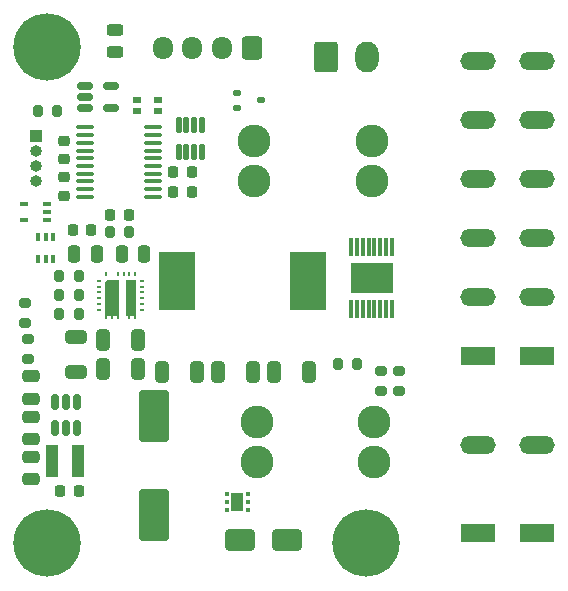
<source format=gbr>
%TF.GenerationSoftware,KiCad,Pcbnew,8.0.3*%
%TF.CreationDate,2024-06-13T00:54:23+02:00*%
%TF.ProjectId,pwm-ctrl,70776d2d-6374-4726-9c2e-6b696361645f,1*%
%TF.SameCoordinates,Original*%
%TF.FileFunction,Soldermask,Top*%
%TF.FilePolarity,Negative*%
%FSLAX46Y46*%
G04 Gerber Fmt 4.6, Leading zero omitted, Abs format (unit mm)*
G04 Created by KiCad (PCBNEW 8.0.3) date 2024-06-13 00:54:23*
%MOMM*%
%LPD*%
G01*
G04 APERTURE LIST*
G04 Aperture macros list*
%AMRoundRect*
0 Rectangle with rounded corners*
0 $1 Rounding radius*
0 $2 $3 $4 $5 $6 $7 $8 $9 X,Y pos of 4 corners*
0 Add a 4 corners polygon primitive as box body*
4,1,4,$2,$3,$4,$5,$6,$7,$8,$9,$2,$3,0*
0 Add four circle primitives for the rounded corners*
1,1,$1+$1,$2,$3*
1,1,$1+$1,$4,$5*
1,1,$1+$1,$6,$7*
1,1,$1+$1,$8,$9*
0 Add four rect primitives between the rounded corners*
20,1,$1+$1,$2,$3,$4,$5,0*
20,1,$1+$1,$4,$5,$6,$7,0*
20,1,$1+$1,$6,$7,$8,$9,0*
20,1,$1+$1,$8,$9,$2,$3,0*%
%AMOutline5P*
0 Free polygon, 5 corners , with rotation*
0 The origin of the aperture is its center*
0 number of corners: always 5*
0 $1 to $10 corner X, Y*
0 $11 Rotation angle, in degrees counterclockwise*
0 create outline with 5 corners*
4,1,5,$1,$2,$3,$4,$5,$6,$7,$8,$9,$10,$1,$2,$11*%
%AMOutline6P*
0 Free polygon, 6 corners , with rotation*
0 The origin of the aperture is its center*
0 number of corners: always 6*
0 $1 to $12 corner X, Y*
0 $13 Rotation angle, in degrees counterclockwise*
0 create outline with 6 corners*
4,1,6,$1,$2,$3,$4,$5,$6,$7,$8,$9,$10,$11,$12,$1,$2,$13*%
%AMOutline7P*
0 Free polygon, 7 corners , with rotation*
0 The origin of the aperture is its center*
0 number of corners: always 7*
0 $1 to $14 corner X, Y*
0 $15 Rotation angle, in degrees counterclockwise*
0 create outline with 7 corners*
4,1,7,$1,$2,$3,$4,$5,$6,$7,$8,$9,$10,$11,$12,$13,$14,$1,$2,$15*%
%AMOutline8P*
0 Free polygon, 8 corners , with rotation*
0 The origin of the aperture is its center*
0 number of corners: always 8*
0 $1 to $16 corner X, Y*
0 $17 Rotation angle, in degrees counterclockwise*
0 create outline with 8 corners*
4,1,8,$1,$2,$3,$4,$5,$6,$7,$8,$9,$10,$11,$12,$13,$14,$15,$16,$1,$2,$17*%
G04 Aperture macros list end*
%ADD10RoundRect,0.200000X0.275000X-0.200000X0.275000X0.200000X-0.275000X0.200000X-0.275000X-0.200000X0*%
%ADD11RoundRect,0.250000X-0.325000X-0.650000X0.325000X-0.650000X0.325000X0.650000X-0.325000X0.650000X0*%
%ADD12RoundRect,0.250000X0.325000X0.650000X-0.325000X0.650000X-0.325000X-0.650000X0.325000X-0.650000X0*%
%ADD13RoundRect,0.200000X0.200000X0.275000X-0.200000X0.275000X-0.200000X-0.275000X0.200000X-0.275000X0*%
%ADD14R,3.100000X5.000000*%
%ADD15RoundRect,0.218750X-0.256250X0.218750X-0.256250X-0.218750X0.256250X-0.218750X0.256250X0.218750X0*%
%ADD16RoundRect,0.200000X-0.200000X-0.275000X0.200000X-0.275000X0.200000X0.275000X-0.200000X0.275000X0*%
%ADD17RoundRect,0.225000X0.225000X0.250000X-0.225000X0.250000X-0.225000X-0.250000X0.225000X-0.250000X0*%
%ADD18RoundRect,0.250000X-0.250000X-0.475000X0.250000X-0.475000X0.250000X0.475000X-0.250000X0.475000X0*%
%ADD19C,3.600000*%
%ADD20C,5.700000*%
%ADD21RoundRect,0.100000X-0.100000X0.225000X-0.100000X-0.225000X0.100000X-0.225000X0.100000X0.225000X0*%
%ADD22RoundRect,0.250000X0.600000X0.725000X-0.600000X0.725000X-0.600000X-0.725000X0.600000X-0.725000X0*%
%ADD23O,1.700000X1.950000*%
%ADD24RoundRect,0.250000X1.000000X0.650000X-1.000000X0.650000X-1.000000X-0.650000X1.000000X-0.650000X0*%
%ADD25C,2.780000*%
%ADD26RoundRect,0.225000X-0.225000X-0.250000X0.225000X-0.250000X0.225000X0.250000X-0.225000X0.250000X0*%
%ADD27R,0.450000X0.250000*%
%ADD28R,0.250000X0.450000*%
%ADD29Outline5P,-0.600000X1.300400X-0.350400X1.550000X0.600000X1.550000X0.600000X-1.550000X-0.600000X-1.550000X0.000000*%
%ADD30R,0.850000X3.100000*%
%ADD31R,3.000000X1.500000*%
%ADD32O,3.000000X1.500000*%
%ADD33R,1.000000X2.700000*%
%ADD34R,0.800000X0.500000*%
%ADD35RoundRect,0.225000X-0.250000X0.225000X-0.250000X-0.225000X0.250000X-0.225000X0.250000X0.225000X0*%
%ADD36R,1.000000X1.000000*%
%ADD37O,1.000000X1.000000*%
%ADD38RoundRect,0.250000X1.000000X-1.950000X1.000000X1.950000X-1.000000X1.950000X-1.000000X-1.950000X0*%
%ADD39RoundRect,0.150000X-0.150000X0.512500X-0.150000X-0.512500X0.150000X-0.512500X0.150000X0.512500X0*%
%ADD40RoundRect,0.112500X-0.237500X0.112500X-0.237500X-0.112500X0.237500X-0.112500X0.237500X0.112500X0*%
%ADD41RoundRect,0.075000X0.075000X-0.700000X0.075000X0.700000X-0.075000X0.700000X-0.075000X-0.700000X0*%
%ADD42R,3.610000X2.500000*%
%ADD43RoundRect,0.250000X-0.475000X0.250000X-0.475000X-0.250000X0.475000X-0.250000X0.475000X0.250000X0*%
%ADD44RoundRect,0.125000X0.125000X-0.537500X0.125000X0.537500X-0.125000X0.537500X-0.125000X-0.537500X0*%
%ADD45RoundRect,0.100000X-0.637500X-0.100000X0.637500X-0.100000X0.637500X0.100000X-0.637500X0.100000X0*%
%ADD46RoundRect,0.100000X0.225000X0.100000X-0.225000X0.100000X-0.225000X-0.100000X0.225000X-0.100000X0*%
%ADD47RoundRect,0.250000X0.650000X-0.325000X0.650000X0.325000X-0.650000X0.325000X-0.650000X-0.325000X0*%
%ADD48RoundRect,0.250000X0.475000X-0.250000X0.475000X0.250000X-0.475000X0.250000X-0.475000X-0.250000X0*%
%ADD49RoundRect,0.250000X0.250000X0.475000X-0.250000X0.475000X-0.250000X-0.475000X0.250000X-0.475000X0*%
%ADD50RoundRect,0.243750X-0.456250X0.243750X-0.456250X-0.243750X0.456250X-0.243750X0.456250X0.243750X0*%
%ADD51RoundRect,0.250000X-0.750000X-1.050000X0.750000X-1.050000X0.750000X1.050000X-0.750000X1.050000X0*%
%ADD52O,2.000000X2.600000*%
%ADD53RoundRect,0.093750X-0.093750X-0.106250X0.093750X-0.106250X0.093750X0.106250X-0.093750X0.106250X0*%
%ADD54R,1.000000X1.600000*%
%ADD55RoundRect,0.200000X-0.275000X0.200000X-0.275000X-0.200000X0.275000X-0.200000X0.275000X0.200000X0*%
%ADD56RoundRect,0.150000X-0.512500X-0.150000X0.512500X-0.150000X0.512500X0.150000X-0.512500X0.150000X0*%
G04 APERTURE END LIST*
D10*
%TO.C,R5*%
X159131000Y-128942600D03*
X159131000Y-127292600D03*
%TD*%
D11*
%TO.C,C11*%
X170735000Y-133120000D03*
X173685000Y-133120000D03*
%TD*%
D12*
%TO.C,C8*%
X168685000Y-130370000D03*
X165735000Y-130370000D03*
%TD*%
D13*
%TO.C,R1*%
X161861000Y-110998000D03*
X160211000Y-110998000D03*
%TD*%
D14*
%TO.C,L1*%
X171960000Y-125370000D03*
X183060000Y-125370000D03*
%TD*%
D15*
%TO.C,FB1*%
X162433000Y-116586000D03*
X162433000Y-118161000D03*
%TD*%
D16*
%TO.C,R6*%
X162035000Y-128200000D03*
X163685000Y-128200000D03*
%TD*%
D10*
%TO.C,R9*%
X189255200Y-134704200D03*
X189255200Y-133054200D03*
%TD*%
D17*
%TO.C,C18*%
X163675000Y-143200000D03*
X162125000Y-143200000D03*
%TD*%
D18*
%TO.C,C7*%
X167310000Y-123120000D03*
X169210000Y-123120000D03*
%TD*%
D19*
%TO.C,H1*%
X161000000Y-105600000D03*
D20*
X161000000Y-105600000D03*
%TD*%
D21*
%TO.C,U4*%
X161510000Y-121650000D03*
X160860000Y-121650000D03*
X160210000Y-121650000D03*
X160210000Y-123550000D03*
X160860000Y-123550000D03*
X161510000Y-123550000D03*
%TD*%
D22*
%TO.C,J1*%
X178300000Y-105700000D03*
D23*
X175800000Y-105700000D03*
X173300000Y-105700000D03*
X170800000Y-105700000D03*
%TD*%
D24*
%TO.C,D3*%
X181324000Y-147320000D03*
X177324000Y-147320000D03*
%TD*%
D25*
%TO.C,F3*%
X188710000Y-140700000D03*
X188710000Y-137300000D03*
X178790000Y-140700000D03*
X178790000Y-137300000D03*
%TD*%
D13*
%TO.C,R8*%
X187250000Y-132400000D03*
X185600000Y-132400000D03*
%TD*%
D26*
%TO.C,C3*%
X171678000Y-117856000D03*
X173228000Y-117856000D03*
%TD*%
D27*
%TO.C,U6*%
X165390000Y-125370000D03*
X165390000Y-125870000D03*
X165390000Y-126370000D03*
X165390000Y-126870000D03*
X165390000Y-127370000D03*
X165390000Y-127870000D03*
D28*
X165960000Y-128440000D03*
X166460000Y-128440000D03*
X166960000Y-128440000D03*
X167960000Y-128440000D03*
X168460000Y-128440000D03*
D27*
X169030000Y-127870000D03*
X169030000Y-127370000D03*
X169030000Y-126870000D03*
X169030000Y-126370000D03*
X169030000Y-125870000D03*
X169030000Y-125370000D03*
D28*
X168460000Y-124800000D03*
X167960000Y-124800000D03*
X167460000Y-124800000D03*
X166960000Y-124800000D03*
X165960000Y-124800000D03*
D29*
X166485000Y-126795000D03*
D30*
X168115000Y-126795000D03*
%TD*%
D17*
%TO.C,C4*%
X167885000Y-119770000D03*
X166335000Y-119770000D03*
%TD*%
D31*
%TO.C,J4*%
X197500000Y-131750000D03*
X202500000Y-131750000D03*
D32*
X197500000Y-126750000D03*
X202500000Y-126750000D03*
X197500000Y-121750000D03*
X202500000Y-121750000D03*
X197500000Y-116750000D03*
X202500000Y-116750000D03*
X197500000Y-111750000D03*
X202500000Y-111750000D03*
X197500000Y-106750000D03*
X202500000Y-106750000D03*
%TD*%
D33*
%TO.C,L2*%
X163600000Y-140600000D03*
X161400000Y-140600000D03*
%TD*%
D34*
%TO.C,RN1*%
X168619600Y-110040800D03*
X168619600Y-111040800D03*
X170419600Y-111040800D03*
X170419600Y-110040800D03*
%TD*%
D31*
%TO.C,J5*%
X197500000Y-146750000D03*
X202500000Y-146750000D03*
D32*
X197500000Y-139250000D03*
X202500000Y-139250000D03*
%TD*%
D35*
%TO.C,C1*%
X162433000Y-113525000D03*
X162433000Y-115075000D03*
%TD*%
D36*
%TO.C,J3*%
X160020000Y-113130000D03*
D37*
X160020000Y-114400000D03*
X160020000Y-115670000D03*
X160020000Y-116940000D03*
%TD*%
D26*
%TO.C,C2*%
X171678000Y-116205000D03*
X173228000Y-116205000D03*
%TD*%
D13*
%TO.C,R2*%
X167935000Y-121270000D03*
X166285000Y-121270000D03*
%TD*%
D38*
%TO.C,C17*%
X170000000Y-145200000D03*
X170000000Y-136800000D03*
%TD*%
D10*
%TO.C,R7*%
X159334200Y-131977400D03*
X159334200Y-130327400D03*
%TD*%
D39*
%TO.C,U7*%
X163550000Y-135600000D03*
X162600000Y-135600000D03*
X161650000Y-135600000D03*
X161650000Y-137875000D03*
X162600000Y-137875000D03*
X163550000Y-137875000D03*
%TD*%
D19*
%TO.C,H3*%
X188000000Y-147600000D03*
D20*
X188000000Y-147600000D03*
%TD*%
D26*
%TO.C,C5*%
X163160000Y-121120000D03*
X164710000Y-121120000D03*
%TD*%
D40*
%TO.C,D2*%
X177100000Y-109450000D03*
X177100000Y-110750000D03*
X179100000Y-110100000D03*
%TD*%
D41*
%TO.C,U5*%
X186710000Y-127800000D03*
X187210000Y-127800000D03*
X187710000Y-127800000D03*
X188210000Y-127800000D03*
X188710000Y-127800000D03*
X189210000Y-127800000D03*
X189710000Y-127800000D03*
X190210000Y-127800000D03*
X190210000Y-122550000D03*
X189710000Y-122550000D03*
X189210000Y-122550000D03*
X188710000Y-122550000D03*
X188210000Y-122550000D03*
X187710000Y-122550000D03*
X187210000Y-122550000D03*
X186710000Y-122550000D03*
D42*
X188460000Y-125175000D03*
%TD*%
D43*
%TO.C,C15*%
X159600000Y-136900000D03*
X159600000Y-138800000D03*
%TD*%
D19*
%TO.C,H2*%
X161000000Y-147600000D03*
D20*
X161000000Y-147600000D03*
%TD*%
D44*
%TO.C,U1*%
X172125000Y-114437500D03*
X172775000Y-114437500D03*
X173425000Y-114437500D03*
X174075000Y-114437500D03*
X174075000Y-112162500D03*
X173425000Y-112162500D03*
X172775000Y-112162500D03*
X172125000Y-112162500D03*
%TD*%
D12*
%TO.C,C10*%
X168685000Y-132870000D03*
X165735000Y-132870000D03*
%TD*%
D45*
%TO.C,U2*%
X164200000Y-112400000D03*
X164200000Y-113050000D03*
X164200000Y-113700000D03*
X164200000Y-114350000D03*
X164200000Y-115000000D03*
X164200000Y-115650000D03*
X164200000Y-116300000D03*
X164200000Y-116950000D03*
X164200000Y-117600000D03*
X164200000Y-118250000D03*
X169925000Y-118250000D03*
X169925000Y-117600000D03*
X169925000Y-116950000D03*
X169925000Y-116300000D03*
X169925000Y-115650000D03*
X169925000Y-115000000D03*
X169925000Y-114350000D03*
X169925000Y-113700000D03*
X169925000Y-113050000D03*
X169925000Y-112400000D03*
%TD*%
D11*
%TO.C,C13*%
X180235000Y-133120000D03*
X183185000Y-133120000D03*
%TD*%
%TO.C,C12*%
X175485000Y-133120000D03*
X178435000Y-133120000D03*
%TD*%
D46*
%TO.C,U3*%
X160975000Y-120200000D03*
X160975000Y-119550000D03*
X160975000Y-118900000D03*
X159075000Y-118900000D03*
X159075000Y-120200000D03*
%TD*%
D13*
%TO.C,R4*%
X163685000Y-126600000D03*
X162035000Y-126600000D03*
%TD*%
%TO.C,R3*%
X163685000Y-125000000D03*
X162035000Y-125000000D03*
%TD*%
D47*
%TO.C,C9*%
X163460000Y-133095000D03*
X163460000Y-130145000D03*
%TD*%
D48*
%TO.C,C14*%
X159600000Y-135350000D03*
X159600000Y-133450000D03*
%TD*%
%TO.C,C16*%
X159600000Y-142200000D03*
X159600000Y-140300000D03*
%TD*%
D49*
%TO.C,C6*%
X165210000Y-123120000D03*
X163310000Y-123120000D03*
%TD*%
D50*
%TO.C,F1*%
X166751000Y-104170000D03*
X166751000Y-106045000D03*
%TD*%
D51*
%TO.C,J2*%
X184600000Y-106400000D03*
D52*
X188100000Y-106400000D03*
%TD*%
D53*
%TO.C,U8*%
X176212500Y-143450000D03*
X176212500Y-144100000D03*
X176212500Y-144750000D03*
X177987500Y-144750000D03*
X177987500Y-144100000D03*
X177987500Y-143450000D03*
D54*
X177100000Y-144100000D03*
%TD*%
D25*
%TO.C,F2*%
X178540000Y-113550000D03*
X178540000Y-116950000D03*
X188460000Y-113550000D03*
X188460000Y-116950000D03*
%TD*%
D55*
%TO.C,R10*%
X190755200Y-133054200D03*
X190755200Y-134704200D03*
%TD*%
D56*
%TO.C,D1*%
X164165700Y-108890900D03*
X164165700Y-109840900D03*
X164165700Y-110790900D03*
X166440700Y-110790900D03*
X166440700Y-108890900D03*
%TD*%
M02*

</source>
